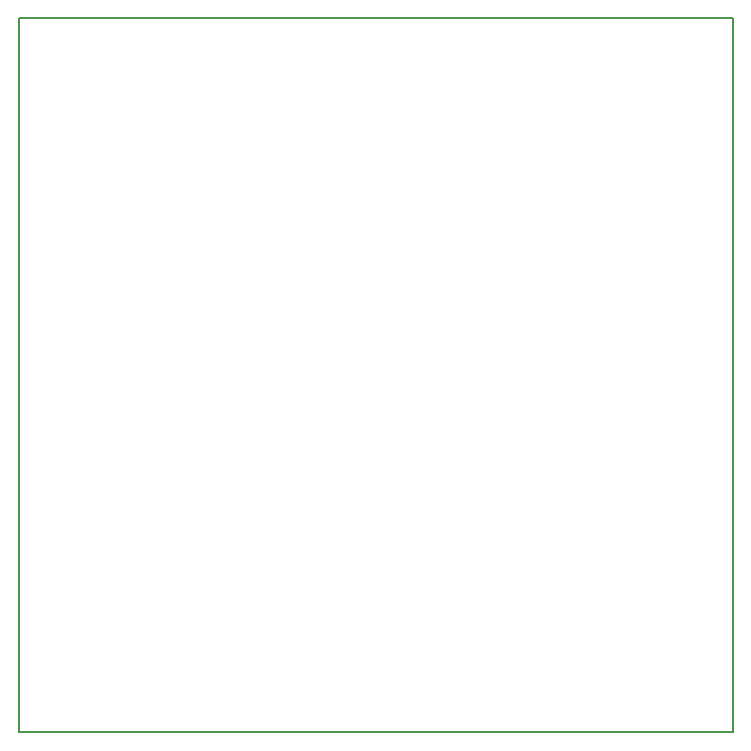
<source format=gbr>
G04 #@! TF.FileFunction,Profile,NP*
%FSLAX46Y46*%
G04 Gerber Fmt 4.6, Leading zero omitted, Abs format (unit mm)*
G04 Created by KiCad (PCBNEW 0.201603091917+6614~43~ubuntu15.10.1-product) date Po 14. březen 2016, 13:03:25 CET*
%MOMM*%
G01*
G04 APERTURE LIST*
%ADD10C,0.150000*%
G04 APERTURE END LIST*
D10*
X96774000Y-89154000D02*
X96774000Y-149606000D01*
X157226000Y-89154000D02*
X96774000Y-89154000D01*
X157226000Y-149606000D02*
X157226000Y-89154000D01*
X96774000Y-149606000D02*
X157226000Y-149606000D01*
M02*

</source>
